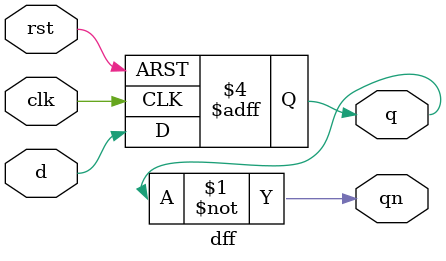
<source format=v>
module dff(input clk, input rst, input d, output reg q, output reg qn);
	assign qn = ~q;
	always @ (posedge clk or negedge rst)
		if(!rst)
			q <= 0;
		else
			q <= d;
endmodule
</source>
